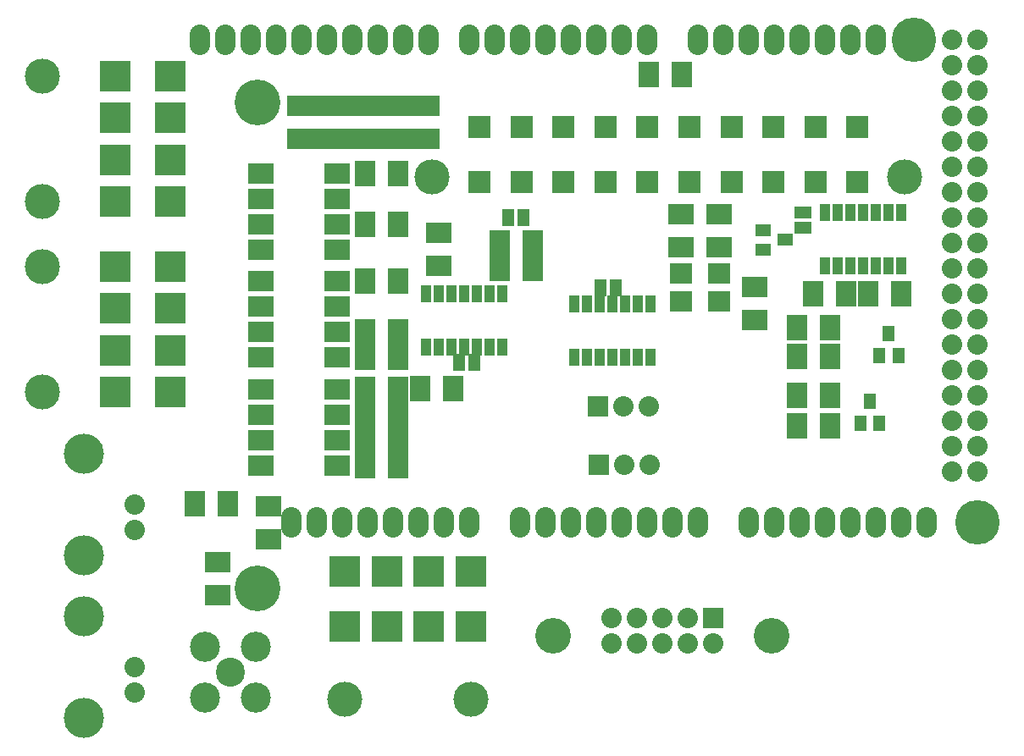
<source format=gts>
G04 (created by PCBNEW (2013-07-07 BZR 4022)-stable) date 26/08/2013 5:31:51 PM*
%MOIN*%
G04 Gerber Fmt 3.4, Leading zero omitted, Abs format*
%FSLAX34Y34*%
G01*
G70*
G90*
G04 APERTURE LIST*
%ADD10C,0.00590551*%
%ADD11O,0.08X0.12*%
%ADD12C,0.175*%
%ADD13C,0.08*%
%ADD14R,0.08X0.1*%
%ADD15C,0.14*%
%ADD16R,0.08X0.08*%
%ADD17R,0.045X0.065*%
%ADD18R,0.1X0.08*%
%ADD19R,0.0909X0.0829*%
%ADD20C,0.1578*%
%ADD21R,0.09X0.09*%
%ADD22C,0.1381*%
%ADD23C,0.114488*%
%ADD24C,0.118425*%
%ADD25R,0.04X0.065*%
%ADD26C,0.13811*%
%ADD27R,0.12X0.12*%
%ADD28C,0.18*%
%ADD29R,0.065X0.045*%
%ADD30R,0.0515X0.0594*%
%ADD31R,0.0594X0.0515*%
G04 APERTURE END LIST*
G54D10*
G54D11*
X17250Y-8900D03*
X18250Y-8900D03*
X20850Y-27900D03*
X21850Y-27900D03*
X36850Y-8900D03*
X37850Y-8900D03*
X38850Y-8900D03*
X39850Y-8900D03*
X40850Y-8900D03*
X41850Y-8900D03*
X42850Y-8900D03*
X43850Y-8900D03*
X45850Y-27900D03*
X44850Y-27900D03*
X43850Y-27900D03*
X42850Y-27900D03*
X38850Y-27900D03*
X36850Y-27900D03*
X35850Y-27900D03*
X39850Y-27900D03*
X40850Y-27900D03*
X41850Y-27900D03*
X34850Y-27900D03*
X33850Y-27900D03*
X32850Y-27900D03*
X29850Y-27900D03*
X30850Y-27900D03*
X31850Y-27900D03*
X27850Y-27900D03*
X26850Y-27900D03*
X25850Y-27900D03*
X23850Y-27900D03*
X22850Y-27900D03*
X34850Y-8900D03*
X33850Y-8900D03*
X32850Y-8900D03*
X31850Y-8900D03*
X30850Y-8900D03*
X29850Y-8900D03*
X28850Y-8900D03*
X27850Y-8900D03*
X26250Y-8900D03*
X25250Y-8900D03*
X24250Y-8900D03*
X23250Y-8900D03*
X22250Y-8900D03*
X21250Y-8900D03*
X20250Y-8900D03*
X19250Y-8900D03*
X24850Y-27900D03*
G54D12*
X47850Y-27900D03*
X45350Y-8900D03*
G54D13*
X46850Y-9900D03*
X47850Y-9900D03*
X46850Y-10900D03*
X47850Y-10900D03*
X46850Y-11900D03*
X47850Y-11900D03*
X46850Y-12900D03*
X47850Y-12900D03*
X46850Y-8900D03*
X47850Y-8900D03*
X47850Y-13900D03*
X46850Y-13900D03*
X46850Y-14900D03*
X47850Y-14900D03*
X46850Y-15900D03*
X47850Y-15900D03*
X46850Y-16900D03*
X47850Y-16900D03*
X46850Y-17900D03*
X47850Y-17900D03*
X46850Y-18900D03*
X47850Y-18900D03*
X46850Y-19900D03*
X47850Y-19900D03*
X46850Y-20900D03*
X47850Y-20900D03*
X46850Y-21900D03*
X47850Y-21900D03*
X46850Y-22900D03*
X47850Y-22900D03*
X46850Y-23900D03*
X47850Y-23900D03*
X46850Y-24900D03*
X47850Y-24900D03*
X46850Y-25900D03*
X47850Y-25900D03*
G54D14*
X40752Y-24085D03*
X42052Y-24085D03*
X40752Y-22885D03*
X42052Y-22885D03*
X40752Y-20222D03*
X42052Y-20222D03*
X40752Y-21372D03*
X42052Y-21372D03*
G54D15*
X31150Y-32350D03*
X39750Y-32350D03*
G54D16*
X37450Y-31650D03*
G54D13*
X37450Y-32650D03*
X36450Y-31650D03*
X36450Y-32650D03*
X35450Y-31650D03*
X35450Y-32650D03*
X34450Y-31650D03*
X34450Y-32650D03*
X33450Y-31650D03*
X33450Y-32650D03*
G54D17*
X27455Y-21614D03*
X28055Y-21614D03*
G54D18*
X24200Y-11500D03*
X24200Y-12800D03*
G54D14*
X25050Y-23650D03*
X23750Y-23650D03*
X23750Y-22650D03*
X25050Y-22650D03*
G54D18*
X25200Y-11500D03*
X25200Y-12800D03*
G54D14*
X23750Y-25650D03*
X25050Y-25650D03*
X23750Y-24650D03*
X25050Y-24650D03*
G54D18*
X26200Y-11500D03*
X26200Y-12800D03*
G54D14*
X23750Y-20400D03*
X25050Y-20400D03*
G54D18*
X37700Y-15750D03*
X37700Y-17050D03*
G54D14*
X23750Y-18400D03*
X25050Y-18400D03*
G54D18*
X22200Y-11500D03*
X22200Y-12800D03*
G54D14*
X23750Y-16150D03*
X25050Y-16150D03*
G54D18*
X17975Y-29475D03*
X17975Y-30775D03*
G54D19*
X37700Y-18091D03*
X37700Y-19209D03*
G54D14*
X17050Y-27150D03*
X18350Y-27150D03*
G54D17*
X30000Y-15900D03*
X29400Y-15900D03*
G54D20*
X12700Y-31600D03*
X12700Y-35600D03*
G54D13*
X14700Y-34600D03*
X14700Y-33600D03*
G54D20*
X12700Y-25200D03*
X12700Y-29200D03*
G54D13*
X14700Y-28200D03*
X14700Y-27200D03*
G54D19*
X36200Y-18091D03*
X36200Y-19209D03*
G54D21*
X28260Y-12318D03*
X29913Y-12318D03*
X31567Y-12318D03*
X33220Y-12318D03*
X34874Y-12318D03*
X36526Y-12318D03*
X38180Y-12318D03*
X39833Y-12318D03*
X41487Y-12318D03*
X43140Y-12318D03*
X28260Y-14482D03*
X29913Y-14482D03*
X31567Y-14482D03*
X33220Y-14482D03*
X34874Y-14482D03*
X36526Y-14482D03*
X38180Y-14482D03*
X39833Y-14482D03*
X41487Y-14482D03*
X43140Y-14482D03*
G54D22*
X26409Y-14306D03*
X44991Y-14306D03*
G54D23*
X18450Y-33800D03*
G54D24*
X17450Y-32800D03*
X19450Y-32800D03*
X19450Y-34800D03*
X17450Y-34800D03*
G54D18*
X36200Y-15750D03*
X36200Y-17050D03*
G54D25*
X26150Y-21000D03*
X26650Y-21000D03*
X27150Y-21000D03*
X27650Y-21000D03*
X28150Y-21000D03*
X28650Y-21000D03*
X29150Y-21000D03*
X29150Y-18900D03*
X28650Y-18900D03*
X28150Y-18900D03*
X27650Y-18900D03*
X27150Y-18900D03*
X26650Y-18900D03*
X26150Y-18900D03*
G54D18*
X19650Y-14150D03*
X19650Y-15150D03*
X19650Y-16150D03*
X19650Y-17150D03*
X22650Y-17150D03*
X22650Y-16150D03*
X22650Y-15150D03*
X22650Y-14150D03*
X19650Y-18400D03*
X19650Y-19400D03*
X19650Y-20400D03*
X19650Y-21400D03*
X22650Y-21400D03*
X22650Y-20400D03*
X22650Y-19400D03*
X22650Y-18400D03*
X19650Y-22650D03*
X19650Y-23650D03*
X19650Y-24650D03*
X19650Y-25650D03*
X22650Y-25650D03*
X22650Y-24650D03*
X22650Y-23650D03*
X22650Y-22650D03*
X23200Y-11500D03*
X23200Y-12800D03*
G54D14*
X30350Y-17900D03*
X29050Y-17900D03*
X29050Y-16900D03*
X30350Y-16900D03*
X25050Y-21400D03*
X23750Y-21400D03*
G54D18*
X21200Y-11500D03*
X21200Y-12800D03*
G54D14*
X23750Y-14150D03*
X25050Y-14150D03*
G54D18*
X19950Y-28550D03*
X19950Y-27250D03*
G54D14*
X27224Y-22637D03*
X25924Y-22637D03*
G54D18*
X26650Y-17800D03*
X26650Y-16500D03*
G54D16*
X32950Y-25625D03*
G54D13*
X33950Y-25625D03*
X34950Y-25625D03*
G54D14*
X44862Y-18897D03*
X43562Y-18897D03*
X41397Y-18897D03*
X42697Y-18897D03*
G54D18*
X39094Y-19941D03*
X39094Y-18641D03*
G54D25*
X41846Y-17792D03*
X42346Y-17792D03*
X42846Y-17792D03*
X43346Y-17792D03*
X43846Y-17792D03*
X44346Y-17792D03*
X44846Y-17792D03*
X44846Y-15692D03*
X44346Y-15692D03*
X43846Y-15692D03*
X43346Y-15692D03*
X42846Y-15692D03*
X42346Y-15692D03*
X41846Y-15692D03*
X32003Y-21414D03*
X32503Y-21414D03*
X33003Y-21414D03*
X33503Y-21414D03*
X34003Y-21414D03*
X34503Y-21414D03*
X35003Y-21414D03*
X35003Y-19314D03*
X34503Y-19314D03*
X34003Y-19314D03*
X33503Y-19314D03*
X33003Y-19314D03*
X32503Y-19314D03*
X32003Y-19314D03*
G54D26*
X22970Y-34856D03*
G54D27*
X22970Y-29818D03*
X24624Y-29818D03*
X26276Y-29818D03*
X27930Y-29818D03*
X22970Y-31982D03*
X24624Y-31982D03*
X26276Y-31982D03*
X27930Y-31982D03*
G54D26*
X27930Y-34856D03*
X11043Y-10320D03*
G54D27*
X16082Y-10320D03*
X16082Y-11974D03*
X16082Y-13626D03*
X16082Y-15280D03*
X13918Y-10320D03*
X13918Y-11974D03*
X13918Y-13626D03*
X13918Y-15280D03*
G54D26*
X11043Y-15280D03*
X11043Y-17820D03*
G54D27*
X16082Y-17820D03*
X16082Y-19474D03*
X16082Y-21126D03*
X16082Y-22780D03*
X13918Y-17820D03*
X13918Y-19474D03*
X13918Y-21126D03*
X13918Y-22780D03*
G54D26*
X11043Y-22780D03*
G54D16*
X32937Y-23346D03*
G54D13*
X33937Y-23346D03*
X34937Y-23346D03*
G54D28*
X19530Y-30500D03*
X19520Y-11350D03*
G54D14*
X36220Y-10250D03*
X34920Y-10250D03*
G54D17*
X33010Y-18650D03*
X33610Y-18650D03*
G54D29*
X40990Y-15700D03*
X40990Y-16300D03*
G54D30*
X43630Y-23127D03*
X44005Y-23993D03*
X43255Y-23993D03*
X44370Y-20457D03*
X44745Y-21323D03*
X43995Y-21323D03*
G54D31*
X40283Y-16780D03*
X39417Y-17155D03*
X39417Y-16405D03*
M02*

</source>
